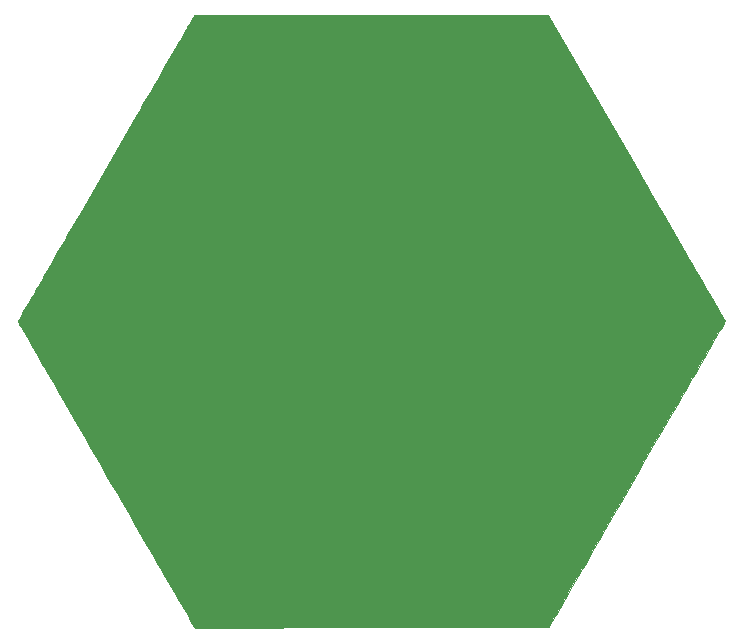
<source format=gbr>
G04 #@! TF.GenerationSoftware,KiCad,Pcbnew,5.1.5+dfsg1-2build2*
G04 #@! TF.CreationDate,2021-04-24T09:47:16-04:00*
G04 #@! TF.ProjectId,desert_tile,64657365-7274-45f7-9469-6c652e6b6963,rev?*
G04 #@! TF.SameCoordinates,Original*
G04 #@! TF.FileFunction,Soldermask,Top*
G04 #@! TF.FilePolarity,Negative*
%FSLAX46Y46*%
G04 Gerber Fmt 4.6, Leading zero omitted, Abs format (unit mm)*
G04 Created by KiCad (PCBNEW 5.1.5+dfsg1-2build2) date 2021-04-24 09:47:16*
%MOMM*%
%LPD*%
G04 APERTURE LIST*
%ADD10C,0.010000*%
G04 APERTURE END LIST*
D10*
G36*
X22458494Y12977161D02*
G01*
X22856046Y12289173D01*
X23248338Y11610220D01*
X23634839Y10941225D01*
X24015015Y10283111D01*
X24388334Y9636802D01*
X24754263Y9003221D01*
X25112269Y8383293D01*
X25461820Y7777941D01*
X25802382Y7188088D01*
X26133424Y6614659D01*
X26454412Y6058576D01*
X26764813Y5520764D01*
X27064095Y5002145D01*
X27351725Y4503644D01*
X27627171Y4026185D01*
X27889899Y3570690D01*
X28139376Y3138084D01*
X28375071Y2729290D01*
X28596450Y2345231D01*
X28802981Y1986832D01*
X28994130Y1655016D01*
X29169366Y1350706D01*
X29328154Y1074827D01*
X29469964Y828301D01*
X29594261Y612053D01*
X29700513Y427006D01*
X29788188Y274083D01*
X29856752Y154209D01*
X29905673Y68307D01*
X29934418Y17300D01*
X29942599Y1994D01*
X29928875Y-22299D01*
X29894732Y-81968D01*
X29840821Y-175887D01*
X29767792Y-302926D01*
X29676296Y-461959D01*
X29566983Y-651857D01*
X29440504Y-871493D01*
X29297510Y-1119739D01*
X29138651Y-1395467D01*
X28964578Y-1697550D01*
X28775942Y-2024860D01*
X28573393Y-2376269D01*
X28357581Y-2750649D01*
X28129159Y-3146873D01*
X27888775Y-3563812D01*
X27637081Y-4000340D01*
X27374728Y-4455328D01*
X27102365Y-4927648D01*
X26820645Y-5416173D01*
X26530216Y-5919776D01*
X26231731Y-6437328D01*
X25925839Y-6967701D01*
X25613192Y-7509768D01*
X25294439Y-8062401D01*
X24970232Y-8624473D01*
X24641221Y-9194855D01*
X24308057Y-9772421D01*
X23971390Y-10356041D01*
X23631872Y-10944588D01*
X23290152Y-11536936D01*
X22946881Y-12131955D01*
X22602711Y-12728518D01*
X22258291Y-13325498D01*
X21914272Y-13921766D01*
X21571306Y-14516195D01*
X21230041Y-15107658D01*
X20891130Y-15695025D01*
X20555223Y-16277171D01*
X20222971Y-16852966D01*
X19895023Y-17421283D01*
X19572031Y-17980995D01*
X19254645Y-18530974D01*
X18943517Y-19070091D01*
X18639296Y-19597220D01*
X18342634Y-20111232D01*
X18054180Y-20611000D01*
X17774586Y-21095395D01*
X17504502Y-21563291D01*
X17244579Y-22013559D01*
X16995467Y-22445072D01*
X16757818Y-22856702D01*
X16532281Y-23247321D01*
X16319508Y-23615802D01*
X16120149Y-23961016D01*
X15934854Y-24281836D01*
X15764275Y-24577135D01*
X15609062Y-24845784D01*
X15469865Y-25086655D01*
X15347335Y-25298622D01*
X15242124Y-25480556D01*
X15154881Y-25631329D01*
X15086257Y-25749814D01*
X15036903Y-25834883D01*
X15007469Y-25885408D01*
X14998556Y-25900407D01*
X14985995Y-25902054D01*
X14951092Y-25903648D01*
X14893208Y-25905191D01*
X14811707Y-25906684D01*
X14705950Y-25908129D01*
X14575300Y-25909528D01*
X14419117Y-25910881D01*
X14236764Y-25912190D01*
X14027603Y-25913457D01*
X13790997Y-25914683D01*
X13526307Y-25915869D01*
X13232894Y-25917018D01*
X12910123Y-25918130D01*
X12557353Y-25919206D01*
X12173947Y-25920249D01*
X11759268Y-25921260D01*
X11312677Y-25922240D01*
X10833536Y-25923191D01*
X10321207Y-25924114D01*
X9775053Y-25925010D01*
X9194435Y-25925881D01*
X8578716Y-25926729D01*
X7927256Y-25927555D01*
X7239419Y-25928360D01*
X6514567Y-25929146D01*
X5752061Y-25929914D01*
X4951263Y-25930665D01*
X4111536Y-25931402D01*
X3232241Y-25932126D01*
X2312740Y-25932837D01*
X1352396Y-25933538D01*
X350571Y-25934230D01*
X5399Y-25934461D01*
X-14964619Y-25944357D01*
X-15045400Y-25804470D01*
X-15060244Y-25778779D01*
X-15095725Y-25717376D01*
X-15151300Y-25621202D01*
X-15226423Y-25491200D01*
X-15320553Y-25328310D01*
X-15433143Y-25133475D01*
X-15563651Y-24907634D01*
X-15711532Y-24651731D01*
X-15876242Y-24366706D01*
X-16057237Y-24053501D01*
X-16253974Y-23713056D01*
X-16465907Y-23346315D01*
X-16692493Y-22954217D01*
X-16933189Y-22537705D01*
X-17187449Y-22097720D01*
X-17454730Y-21635203D01*
X-17734488Y-21151096D01*
X-18026179Y-20646340D01*
X-18329259Y-20121877D01*
X-18643183Y-19578648D01*
X-18967408Y-19017594D01*
X-19301390Y-18439657D01*
X-19644584Y-17845779D01*
X-19996447Y-17236901D01*
X-20356434Y-16613963D01*
X-20724002Y-15977909D01*
X-21098607Y-15329679D01*
X-21479703Y-14670214D01*
X-21866748Y-14000456D01*
X-22259198Y-13321346D01*
X-22531452Y-12850228D01*
X-22926765Y-12166129D01*
X-23316834Y-11491039D01*
X-23701121Y-10825889D01*
X-24079090Y-10171608D01*
X-24450205Y-9529127D01*
X-24813930Y-8899375D01*
X-25169727Y-8283283D01*
X-25517060Y-7681780D01*
X-25855393Y-7095797D01*
X-26184190Y-6526264D01*
X-26502913Y-5974111D01*
X-26811027Y-5440267D01*
X-27107995Y-4925663D01*
X-27393281Y-4431229D01*
X-27666347Y-3957895D01*
X-27926658Y-3506592D01*
X-28173678Y-3078248D01*
X-28406869Y-2673794D01*
X-28625695Y-2294160D01*
X-28829620Y-1940277D01*
X-29018107Y-1613074D01*
X-29190620Y-1313481D01*
X-29346623Y-1042428D01*
X-29485578Y-800846D01*
X-29606950Y-589664D01*
X-29710201Y-409813D01*
X-29794797Y-262222D01*
X-29860199Y-147822D01*
X-29905872Y-67543D01*
X-29931279Y-22314D01*
X-29936722Y-11976D01*
X-29926251Y7257D01*
X-29895270Y62028D01*
X-29844431Y151209D01*
X-29774384Y273673D01*
X-29685778Y428290D01*
X-29579264Y613935D01*
X-29455493Y829478D01*
X-29315115Y1073791D01*
X-29158779Y1345748D01*
X-28987137Y1644219D01*
X-28800838Y1968078D01*
X-28600534Y2316196D01*
X-28386873Y2687445D01*
X-28160507Y3080697D01*
X-27922086Y3494825D01*
X-27672259Y3928701D01*
X-27411678Y4381197D01*
X-27140993Y4851184D01*
X-26860854Y5337535D01*
X-26571910Y5839123D01*
X-26274814Y6354818D01*
X-25970214Y6883494D01*
X-25658761Y7424022D01*
X-25341106Y7975275D01*
X-25017898Y8536125D01*
X-24689788Y9105443D01*
X-24357426Y9682102D01*
X-24021464Y10264974D01*
X-23682549Y10852931D01*
X-23341334Y11444845D01*
X-22998469Y12039589D01*
X-22654603Y12636034D01*
X-22310387Y13233052D01*
X-21966472Y13829517D01*
X-21623507Y14424299D01*
X-21282143Y15016271D01*
X-20943030Y15604304D01*
X-20606819Y16187272D01*
X-20274159Y16764046D01*
X-19945702Y17333499D01*
X-19622097Y17894501D01*
X-19303994Y18445927D01*
X-18992045Y18986647D01*
X-18686899Y19515534D01*
X-18389206Y20031459D01*
X-18099617Y20533296D01*
X-17818782Y21019915D01*
X-17547352Y21490190D01*
X-17285976Y21942992D01*
X-17035305Y22377194D01*
X-16795990Y22791667D01*
X-16568680Y23185284D01*
X-16354026Y23556917D01*
X-16152678Y23905437D01*
X-15965287Y24229717D01*
X-15792502Y24528630D01*
X-15634975Y24801046D01*
X-15493354Y25045839D01*
X-15368292Y25261881D01*
X-15260437Y25448043D01*
X-15170440Y25603197D01*
X-15098952Y25726217D01*
X-15046623Y25815973D01*
X-15014103Y25871338D01*
X-15002117Y25891096D01*
X-14998195Y25893284D01*
X-14989316Y25895380D01*
X-14974570Y25897387D01*
X-14953050Y25899306D01*
X-14923848Y25901140D01*
X-14886053Y25902893D01*
X-14838758Y25904566D01*
X-14781055Y25906161D01*
X-14712034Y25907683D01*
X-14630788Y25909132D01*
X-14536407Y25910511D01*
X-14427984Y25911823D01*
X-14304609Y25913071D01*
X-14165374Y25914257D01*
X-14009371Y25915383D01*
X-13835691Y25916452D01*
X-13643425Y25917467D01*
X-13431665Y25918430D01*
X-13199503Y25919343D01*
X-12946029Y25920209D01*
X-12670336Y25921030D01*
X-12371514Y25921810D01*
X-12048656Y25922550D01*
X-11700853Y25923253D01*
X-11327195Y25923922D01*
X-10926775Y25924559D01*
X-10498685Y25925166D01*
X-10042015Y25925746D01*
X-9555856Y25926302D01*
X-9039302Y25926836D01*
X-8491442Y25927351D01*
X-7911369Y25927849D01*
X-7298173Y25928332D01*
X-6650947Y25928803D01*
X-5968782Y25929265D01*
X-5250769Y25929721D01*
X-4496000Y25930172D01*
X-3703565Y25930621D01*
X-2872558Y25931070D01*
X-2002068Y25931523D01*
X-1091188Y25931982D01*
X-139010Y25932448D01*
X-3842Y25932514D01*
X14967732Y25939750D01*
X22458494Y12977161D01*
G37*
X22458494Y12977161D02*
X22856046Y12289173D01*
X23248338Y11610220D01*
X23634839Y10941225D01*
X24015015Y10283111D01*
X24388334Y9636802D01*
X24754263Y9003221D01*
X25112269Y8383293D01*
X25461820Y7777941D01*
X25802382Y7188088D01*
X26133424Y6614659D01*
X26454412Y6058576D01*
X26764813Y5520764D01*
X27064095Y5002145D01*
X27351725Y4503644D01*
X27627171Y4026185D01*
X27889899Y3570690D01*
X28139376Y3138084D01*
X28375071Y2729290D01*
X28596450Y2345231D01*
X28802981Y1986832D01*
X28994130Y1655016D01*
X29169366Y1350706D01*
X29328154Y1074827D01*
X29469964Y828301D01*
X29594261Y612053D01*
X29700513Y427006D01*
X29788188Y274083D01*
X29856752Y154209D01*
X29905673Y68307D01*
X29934418Y17300D01*
X29942599Y1994D01*
X29928875Y-22299D01*
X29894732Y-81968D01*
X29840821Y-175887D01*
X29767792Y-302926D01*
X29676296Y-461959D01*
X29566983Y-651857D01*
X29440504Y-871493D01*
X29297510Y-1119739D01*
X29138651Y-1395467D01*
X28964578Y-1697550D01*
X28775942Y-2024860D01*
X28573393Y-2376269D01*
X28357581Y-2750649D01*
X28129159Y-3146873D01*
X27888775Y-3563812D01*
X27637081Y-4000340D01*
X27374728Y-4455328D01*
X27102365Y-4927648D01*
X26820645Y-5416173D01*
X26530216Y-5919776D01*
X26231731Y-6437328D01*
X25925839Y-6967701D01*
X25613192Y-7509768D01*
X25294439Y-8062401D01*
X24970232Y-8624473D01*
X24641221Y-9194855D01*
X24308057Y-9772421D01*
X23971390Y-10356041D01*
X23631872Y-10944588D01*
X23290152Y-11536936D01*
X22946881Y-12131955D01*
X22602711Y-12728518D01*
X22258291Y-13325498D01*
X21914272Y-13921766D01*
X21571306Y-14516195D01*
X21230041Y-15107658D01*
X20891130Y-15695025D01*
X20555223Y-16277171D01*
X20222971Y-16852966D01*
X19895023Y-17421283D01*
X19572031Y-17980995D01*
X19254645Y-18530974D01*
X18943517Y-19070091D01*
X18639296Y-19597220D01*
X18342634Y-20111232D01*
X18054180Y-20611000D01*
X17774586Y-21095395D01*
X17504502Y-21563291D01*
X17244579Y-22013559D01*
X16995467Y-22445072D01*
X16757818Y-22856702D01*
X16532281Y-23247321D01*
X16319508Y-23615802D01*
X16120149Y-23961016D01*
X15934854Y-24281836D01*
X15764275Y-24577135D01*
X15609062Y-24845784D01*
X15469865Y-25086655D01*
X15347335Y-25298622D01*
X15242124Y-25480556D01*
X15154881Y-25631329D01*
X15086257Y-25749814D01*
X15036903Y-25834883D01*
X15007469Y-25885408D01*
X14998556Y-25900407D01*
X14985995Y-25902054D01*
X14951092Y-25903648D01*
X14893208Y-25905191D01*
X14811707Y-25906684D01*
X14705950Y-25908129D01*
X14575300Y-25909528D01*
X14419117Y-25910881D01*
X14236764Y-25912190D01*
X14027603Y-25913457D01*
X13790997Y-25914683D01*
X13526307Y-25915869D01*
X13232894Y-25917018D01*
X12910123Y-25918130D01*
X12557353Y-25919206D01*
X12173947Y-25920249D01*
X11759268Y-25921260D01*
X11312677Y-25922240D01*
X10833536Y-25923191D01*
X10321207Y-25924114D01*
X9775053Y-25925010D01*
X9194435Y-25925881D01*
X8578716Y-25926729D01*
X7927256Y-25927555D01*
X7239419Y-25928360D01*
X6514567Y-25929146D01*
X5752061Y-25929914D01*
X4951263Y-25930665D01*
X4111536Y-25931402D01*
X3232241Y-25932126D01*
X2312740Y-25932837D01*
X1352396Y-25933538D01*
X350571Y-25934230D01*
X5399Y-25934461D01*
X-14964619Y-25944357D01*
X-15045400Y-25804470D01*
X-15060244Y-25778779D01*
X-15095725Y-25717376D01*
X-15151300Y-25621202D01*
X-15226423Y-25491200D01*
X-15320553Y-25328310D01*
X-15433143Y-25133475D01*
X-15563651Y-24907634D01*
X-15711532Y-24651731D01*
X-15876242Y-24366706D01*
X-16057237Y-24053501D01*
X-16253974Y-23713056D01*
X-16465907Y-23346315D01*
X-16692493Y-22954217D01*
X-16933189Y-22537705D01*
X-17187449Y-22097720D01*
X-17454730Y-21635203D01*
X-17734488Y-21151096D01*
X-18026179Y-20646340D01*
X-18329259Y-20121877D01*
X-18643183Y-19578648D01*
X-18967408Y-19017594D01*
X-19301390Y-18439657D01*
X-19644584Y-17845779D01*
X-19996447Y-17236901D01*
X-20356434Y-16613963D01*
X-20724002Y-15977909D01*
X-21098607Y-15329679D01*
X-21479703Y-14670214D01*
X-21866748Y-14000456D01*
X-22259198Y-13321346D01*
X-22531452Y-12850228D01*
X-22926765Y-12166129D01*
X-23316834Y-11491039D01*
X-23701121Y-10825889D01*
X-24079090Y-10171608D01*
X-24450205Y-9529127D01*
X-24813930Y-8899375D01*
X-25169727Y-8283283D01*
X-25517060Y-7681780D01*
X-25855393Y-7095797D01*
X-26184190Y-6526264D01*
X-26502913Y-5974111D01*
X-26811027Y-5440267D01*
X-27107995Y-4925663D01*
X-27393281Y-4431229D01*
X-27666347Y-3957895D01*
X-27926658Y-3506592D01*
X-28173678Y-3078248D01*
X-28406869Y-2673794D01*
X-28625695Y-2294160D01*
X-28829620Y-1940277D01*
X-29018107Y-1613074D01*
X-29190620Y-1313481D01*
X-29346623Y-1042428D01*
X-29485578Y-800846D01*
X-29606950Y-589664D01*
X-29710201Y-409813D01*
X-29794797Y-262222D01*
X-29860199Y-147822D01*
X-29905872Y-67543D01*
X-29931279Y-22314D01*
X-29936722Y-11976D01*
X-29926251Y7257D01*
X-29895270Y62028D01*
X-29844431Y151209D01*
X-29774384Y273673D01*
X-29685778Y428290D01*
X-29579264Y613935D01*
X-29455493Y829478D01*
X-29315115Y1073791D01*
X-29158779Y1345748D01*
X-28987137Y1644219D01*
X-28800838Y1968078D01*
X-28600534Y2316196D01*
X-28386873Y2687445D01*
X-28160507Y3080697D01*
X-27922086Y3494825D01*
X-27672259Y3928701D01*
X-27411678Y4381197D01*
X-27140993Y4851184D01*
X-26860854Y5337535D01*
X-26571910Y5839123D01*
X-26274814Y6354818D01*
X-25970214Y6883494D01*
X-25658761Y7424022D01*
X-25341106Y7975275D01*
X-25017898Y8536125D01*
X-24689788Y9105443D01*
X-24357426Y9682102D01*
X-24021464Y10264974D01*
X-23682549Y10852931D01*
X-23341334Y11444845D01*
X-22998469Y12039589D01*
X-22654603Y12636034D01*
X-22310387Y13233052D01*
X-21966472Y13829517D01*
X-21623507Y14424299D01*
X-21282143Y15016271D01*
X-20943030Y15604304D01*
X-20606819Y16187272D01*
X-20274159Y16764046D01*
X-19945702Y17333499D01*
X-19622097Y17894501D01*
X-19303994Y18445927D01*
X-18992045Y18986647D01*
X-18686899Y19515534D01*
X-18389206Y20031459D01*
X-18099617Y20533296D01*
X-17818782Y21019915D01*
X-17547352Y21490190D01*
X-17285976Y21942992D01*
X-17035305Y22377194D01*
X-16795990Y22791667D01*
X-16568680Y23185284D01*
X-16354026Y23556917D01*
X-16152678Y23905437D01*
X-15965287Y24229717D01*
X-15792502Y24528630D01*
X-15634975Y24801046D01*
X-15493354Y25045839D01*
X-15368292Y25261881D01*
X-15260437Y25448043D01*
X-15170440Y25603197D01*
X-15098952Y25726217D01*
X-15046623Y25815973D01*
X-15014103Y25871338D01*
X-15002117Y25891096D01*
X-14998195Y25893284D01*
X-14989316Y25895380D01*
X-14974570Y25897387D01*
X-14953050Y25899306D01*
X-14923848Y25901140D01*
X-14886053Y25902893D01*
X-14838758Y25904566D01*
X-14781055Y25906161D01*
X-14712034Y25907683D01*
X-14630788Y25909132D01*
X-14536407Y25910511D01*
X-14427984Y25911823D01*
X-14304609Y25913071D01*
X-14165374Y25914257D01*
X-14009371Y25915383D01*
X-13835691Y25916452D01*
X-13643425Y25917467D01*
X-13431665Y25918430D01*
X-13199503Y25919343D01*
X-12946029Y25920209D01*
X-12670336Y25921030D01*
X-12371514Y25921810D01*
X-12048656Y25922550D01*
X-11700853Y25923253D01*
X-11327195Y25923922D01*
X-10926775Y25924559D01*
X-10498685Y25925166D01*
X-10042015Y25925746D01*
X-9555856Y25926302D01*
X-9039302Y25926836D01*
X-8491442Y25927351D01*
X-7911369Y25927849D01*
X-7298173Y25928332D01*
X-6650947Y25928803D01*
X-5968782Y25929265D01*
X-5250769Y25929721D01*
X-4496000Y25930172D01*
X-3703565Y25930621D01*
X-2872558Y25931070D01*
X-2002068Y25931523D01*
X-1091188Y25931982D01*
X-139010Y25932448D01*
X-3842Y25932514D01*
X14967732Y25939750D01*
X22458494Y12977161D01*
M02*

</source>
